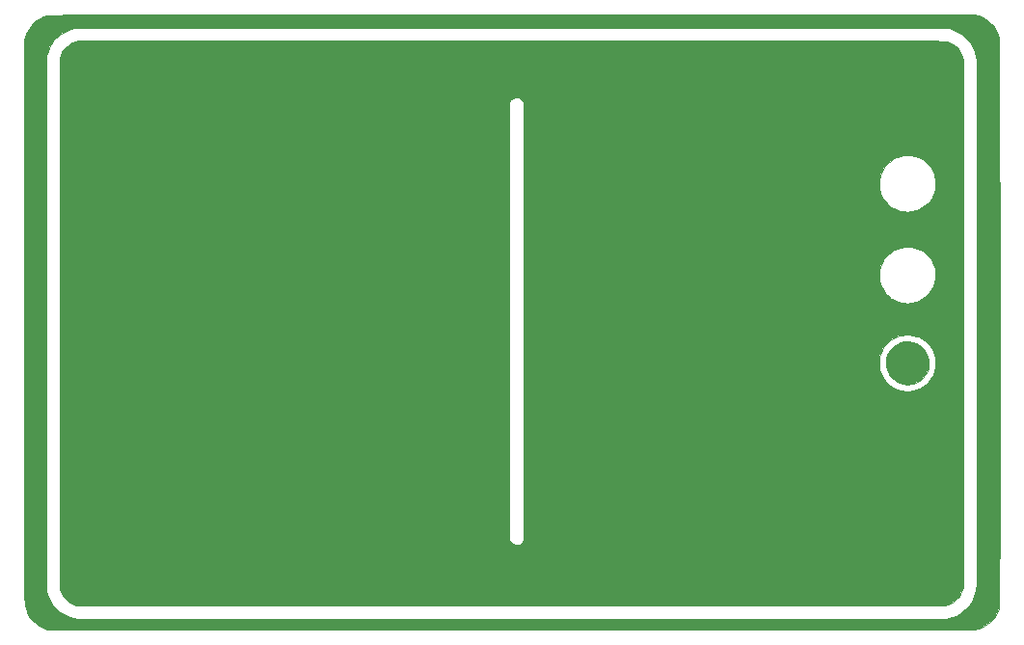
<source format=gbr>
%TF.GenerationSoftware,KiCad,Pcbnew,7.0.9*%
%TF.CreationDate,2023-12-13T15:21:18+08:00*%
%TF.ProjectId,drawing,64726177-696e-4672-9e6b-696361645f70,rev?*%
%TF.SameCoordinates,Original*%
%TF.FileFunction,Copper,L2,Bot*%
%TF.FilePolarity,Positive*%
%FSLAX46Y46*%
G04 Gerber Fmt 4.6, Leading zero omitted, Abs format (unit mm)*
G04 Created by KiCad (PCBNEW 7.0.9) date 2023-12-13 15:21:18*
%MOMM*%
%LPD*%
G01*
G04 APERTURE LIST*
%TA.AperFunction,EtchedComponent*%
%ADD10C,0.010000*%
%TD*%
%TA.AperFunction,ComponentPad*%
%ADD11C,4.918463*%
%TD*%
G04 APERTURE END LIST*
%TO.C,G\u002A\u002A\u002A*%
D10*
X181510686Y-100038651D02*
X181674925Y-100059997D01*
X181754716Y-100077634D01*
X182018877Y-100169529D01*
X182267070Y-100298884D01*
X182494597Y-100462356D01*
X182696760Y-100656601D01*
X182859277Y-100863976D01*
X182987531Y-101090125D01*
X183082482Y-101337412D01*
X183143015Y-101599485D01*
X183168019Y-101869992D01*
X183156380Y-102142579D01*
X183120492Y-102355453D01*
X183051648Y-102575095D01*
X182947257Y-102795128D01*
X182812935Y-103006068D01*
X182654303Y-103198433D01*
X182572904Y-103279769D01*
X182356539Y-103455282D01*
X182121154Y-103596158D01*
X181871848Y-103699714D01*
X181676233Y-103751800D01*
X181541399Y-103770989D01*
X181381973Y-103780864D01*
X181213592Y-103781463D01*
X181051893Y-103772823D01*
X180912514Y-103754981D01*
X180886883Y-103749928D01*
X180639857Y-103676522D01*
X180400403Y-103565479D01*
X180174982Y-103421481D01*
X179970056Y-103249210D01*
X179792087Y-103053347D01*
X179660784Y-102861587D01*
X179564602Y-102668212D01*
X179487942Y-102453933D01*
X179433658Y-102230781D01*
X179404603Y-102010787D01*
X179403631Y-101805982D01*
X179405377Y-101784726D01*
X179451639Y-101497973D01*
X179534841Y-101228375D01*
X179652770Y-100978594D01*
X179803214Y-100751291D01*
X179983962Y-100549129D01*
X180192803Y-100374771D01*
X180427524Y-100230877D01*
X180685915Y-100120110D01*
X180823383Y-100077957D01*
X180970764Y-100049437D01*
X181144107Y-100033376D01*
X181328914Y-100029779D01*
X181510686Y-100038651D01*
%TA.AperFunction,EtchedComponent*%
G36*
X181510686Y-100038651D02*
G01*
X181674925Y-100059997D01*
X181754716Y-100077634D01*
X182018877Y-100169529D01*
X182267070Y-100298884D01*
X182494597Y-100462356D01*
X182696760Y-100656601D01*
X182859277Y-100863976D01*
X182987531Y-101090125D01*
X183082482Y-101337412D01*
X183143015Y-101599485D01*
X183168019Y-101869992D01*
X183156380Y-102142579D01*
X183120492Y-102355453D01*
X183051648Y-102575095D01*
X182947257Y-102795128D01*
X182812935Y-103006068D01*
X182654303Y-103198433D01*
X182572904Y-103279769D01*
X182356539Y-103455282D01*
X182121154Y-103596158D01*
X181871848Y-103699714D01*
X181676233Y-103751800D01*
X181541399Y-103770989D01*
X181381973Y-103780864D01*
X181213592Y-103781463D01*
X181051893Y-103772823D01*
X180912514Y-103754981D01*
X180886883Y-103749928D01*
X180639857Y-103676522D01*
X180400403Y-103565479D01*
X180174982Y-103421481D01*
X179970056Y-103249210D01*
X179792087Y-103053347D01*
X179660784Y-102861587D01*
X179564602Y-102668212D01*
X179487942Y-102453933D01*
X179433658Y-102230781D01*
X179404603Y-102010787D01*
X179403631Y-101805982D01*
X179405377Y-101784726D01*
X179451639Y-101497973D01*
X179534841Y-101228375D01*
X179652770Y-100978594D01*
X179803214Y-100751291D01*
X179983962Y-100549129D01*
X180192803Y-100374771D01*
X180427524Y-100230877D01*
X180685915Y-100120110D01*
X180823383Y-100077957D01*
X180970764Y-100049437D01*
X181144107Y-100033376D01*
X181328914Y-100029779D01*
X181510686Y-100038651D01*
G37*
%TD.AperFunction*%
X163945272Y-73625412D02*
X165151017Y-73625460D01*
X166317590Y-73625534D01*
X167445231Y-73625636D01*
X168534185Y-73625764D01*
X169584694Y-73625920D01*
X170597002Y-73626103D01*
X171571351Y-73626313D01*
X172507985Y-73626551D01*
X173407146Y-73626817D01*
X174269077Y-73627110D01*
X175094023Y-73627431D01*
X175882225Y-73627780D01*
X176633927Y-73628156D01*
X177349371Y-73628561D01*
X178028802Y-73628994D01*
X178672461Y-73629456D01*
X179280592Y-73629946D01*
X179853438Y-73630464D01*
X180391242Y-73631011D01*
X180894248Y-73631587D01*
X181362697Y-73632191D01*
X181796833Y-73632825D01*
X182196900Y-73633488D01*
X182563139Y-73634179D01*
X182895795Y-73634900D01*
X183195111Y-73635651D01*
X183461328Y-73636430D01*
X183694691Y-73637240D01*
X183895443Y-73638079D01*
X184063826Y-73638947D01*
X184200083Y-73639846D01*
X184304458Y-73640775D01*
X184377194Y-73641734D01*
X184418533Y-73642722D01*
X184427292Y-73643208D01*
X184715939Y-73690400D01*
X184986050Y-73774630D01*
X185235285Y-73893899D01*
X185461301Y-74046206D01*
X185661756Y-74229553D01*
X185834309Y-74441940D01*
X185976617Y-74681368D01*
X186086339Y-74945838D01*
X186131063Y-75097764D01*
X186178549Y-75284060D01*
X186178549Y-121575560D01*
X186132241Y-121749008D01*
X186063298Y-121972402D01*
X185981553Y-122166498D01*
X185880620Y-122343841D01*
X185754113Y-122516976D01*
X185720600Y-122557673D01*
X185543633Y-122737426D01*
X185335780Y-122894924D01*
X185104430Y-123026002D01*
X184856968Y-123126493D01*
X184600783Y-123192235D01*
X184592453Y-123193730D01*
X184570420Y-123194729D01*
X184515599Y-123195701D01*
X184427779Y-123196647D01*
X184306748Y-123197568D01*
X184152294Y-123198462D01*
X183964203Y-123199331D01*
X183742264Y-123200174D01*
X183486264Y-123200991D01*
X183195992Y-123201783D01*
X182871234Y-123202550D01*
X182511778Y-123203292D01*
X182117413Y-123204008D01*
X181687926Y-123204700D01*
X181223104Y-123205367D01*
X180722735Y-123206009D01*
X180186608Y-123206627D01*
X179614508Y-123207220D01*
X179006225Y-123207789D01*
X178361546Y-123208333D01*
X177680259Y-123208854D01*
X176962151Y-123209350D01*
X176207010Y-123209823D01*
X175414624Y-123210271D01*
X174584780Y-123210696D01*
X173717267Y-123211098D01*
X172811871Y-123211476D01*
X171868381Y-123211831D01*
X170886583Y-123212162D01*
X169866267Y-123212471D01*
X168807219Y-123212756D01*
X167709228Y-123213019D01*
X166572080Y-123213258D01*
X165395564Y-123213476D01*
X164179468Y-123213670D01*
X162923578Y-123213842D01*
X161627683Y-123213992D01*
X160291570Y-123214120D01*
X158915028Y-123214226D01*
X157497843Y-123214310D01*
X156039804Y-123214371D01*
X154540698Y-123214412D01*
X153000313Y-123214430D01*
X151418436Y-123214427D01*
X149794855Y-123214403D01*
X148129359Y-123214357D01*
X146481870Y-123214293D01*
X144925611Y-123214221D01*
X143411139Y-123214143D01*
X141937909Y-123214059D01*
X140505373Y-123213969D01*
X139112986Y-123213872D01*
X137760201Y-123213768D01*
X136446473Y-123213657D01*
X135171255Y-123213537D01*
X133934001Y-123213408D01*
X132734165Y-123213271D01*
X131571201Y-123213124D01*
X130444563Y-123212967D01*
X129353704Y-123212800D01*
X128298078Y-123212622D01*
X127277139Y-123212433D01*
X126290341Y-123212232D01*
X125337139Y-123212019D01*
X124416984Y-123211793D01*
X123529333Y-123211555D01*
X122673638Y-123211303D01*
X121849352Y-123211037D01*
X121055931Y-123210756D01*
X120292828Y-123210461D01*
X119559497Y-123210151D01*
X118855391Y-123209825D01*
X118179964Y-123209482D01*
X117532671Y-123209123D01*
X116912965Y-123208747D01*
X116320300Y-123208354D01*
X115754130Y-123207942D01*
X115213908Y-123207513D01*
X114699089Y-123207064D01*
X114209126Y-123206596D01*
X113743473Y-123206108D01*
X113301585Y-123205601D01*
X112882914Y-123205072D01*
X112486915Y-123204523D01*
X112113041Y-123203952D01*
X111760747Y-123203359D01*
X111429486Y-123202743D01*
X111118712Y-123202105D01*
X110827879Y-123201443D01*
X110556441Y-123200758D01*
X110303851Y-123200048D01*
X110069564Y-123199314D01*
X109853033Y-123198555D01*
X109653712Y-123197770D01*
X109471055Y-123196959D01*
X109304516Y-123196122D01*
X109153549Y-123195258D01*
X109017607Y-123194367D01*
X108896145Y-123193447D01*
X108788615Y-123192500D01*
X108694473Y-123191524D01*
X108613172Y-123190519D01*
X108544165Y-123189484D01*
X108486907Y-123188419D01*
X108440851Y-123187324D01*
X108405452Y-123186198D01*
X108380163Y-123185040D01*
X108364437Y-123183851D01*
X108359299Y-123183108D01*
X108081135Y-123102884D01*
X107824822Y-122987055D01*
X107592153Y-122837293D01*
X107384923Y-122655275D01*
X107204925Y-122442672D01*
X107053951Y-122201161D01*
X106933796Y-121932415D01*
X106894030Y-121815301D01*
X106845883Y-121660226D01*
X106839550Y-98525060D01*
X106839213Y-97251056D01*
X106838911Y-96018885D01*
X106838646Y-94828042D01*
X106838417Y-93678027D01*
X106838224Y-92568337D01*
X106838069Y-91498470D01*
X106838057Y-91390651D01*
X146314881Y-91390651D01*
X146314892Y-92329892D01*
X146314955Y-93299633D01*
X146315070Y-94299421D01*
X146315236Y-95328799D01*
X146315455Y-96387312D01*
X146315726Y-97474506D01*
X146315972Y-98334560D01*
X146316300Y-99414824D01*
X146316622Y-100453570D01*
X146316938Y-101451615D01*
X146317252Y-102409775D01*
X146317564Y-103328865D01*
X146317877Y-104209701D01*
X146318193Y-105053099D01*
X146318513Y-105859876D01*
X146318840Y-106630846D01*
X146319174Y-107366826D01*
X146319518Y-108068632D01*
X146319874Y-108737080D01*
X146320244Y-109372986D01*
X146320629Y-109977165D01*
X146321031Y-110550434D01*
X146321453Y-111093608D01*
X146321895Y-111607503D01*
X146322360Y-112092936D01*
X146322850Y-112550722D01*
X146323366Y-112981677D01*
X146323911Y-113386617D01*
X146324485Y-113766358D01*
X146325092Y-114121716D01*
X146325733Y-114453506D01*
X146326409Y-114762545D01*
X146327123Y-115049649D01*
X146327876Y-115315633D01*
X146328670Y-115561314D01*
X146329508Y-115787507D01*
X146330390Y-115995029D01*
X146331319Y-116184694D01*
X146332296Y-116357320D01*
X146333324Y-116513721D01*
X146334405Y-116654715D01*
X146335539Y-116781116D01*
X146336729Y-116893741D01*
X146337977Y-116993406D01*
X146339285Y-117080927D01*
X146340654Y-117157119D01*
X146342086Y-117222798D01*
X146343584Y-117278781D01*
X146345148Y-117325883D01*
X146346782Y-117364920D01*
X146348486Y-117396708D01*
X146350262Y-117422064D01*
X146352113Y-117441802D01*
X146354040Y-117456739D01*
X146356045Y-117467691D01*
X146358130Y-117475474D01*
X146359173Y-117478356D01*
X146436200Y-117619834D01*
X146540383Y-117735202D01*
X146665480Y-117821890D01*
X146805252Y-117877330D01*
X146953458Y-117898954D01*
X147103859Y-117884193D01*
X147234182Y-117838529D01*
X147366456Y-117752071D01*
X147477090Y-117634462D01*
X147540431Y-117531094D01*
X147591716Y-117426893D01*
X147591716Y-101797529D01*
X178807797Y-101797529D01*
X178814444Y-102128781D01*
X178861419Y-102447173D01*
X178948709Y-102752664D01*
X179076304Y-103045212D01*
X179244190Y-103324777D01*
X179262526Y-103351071D01*
X179448382Y-103580393D01*
X179664730Y-103788228D01*
X179905567Y-103970772D01*
X180164892Y-104124222D01*
X180436706Y-104244773D01*
X180715006Y-104328621D01*
X180844549Y-104353979D01*
X180927281Y-104367403D01*
X180999993Y-104379329D01*
X181045633Y-104386955D01*
X181108730Y-104392080D01*
X181203026Y-104392808D01*
X181317678Y-104389725D01*
X181441847Y-104383417D01*
X181564690Y-104374469D01*
X181675367Y-104363468D01*
X181763037Y-104350999D01*
X181783029Y-104347103D01*
X182094843Y-104259511D01*
X182389707Y-104134669D01*
X182664571Y-103974991D01*
X182916382Y-103782889D01*
X183142089Y-103560778D01*
X183338641Y-103311071D01*
X183502986Y-103036181D01*
X183542662Y-102955355D01*
X183657340Y-102662615D01*
X183732366Y-102362351D01*
X183768768Y-102058237D01*
X183767574Y-101753946D01*
X183729810Y-101453153D01*
X183656504Y-101159532D01*
X183548683Y-100876756D01*
X183407375Y-100608500D01*
X183233606Y-100358437D01*
X183028405Y-100130242D01*
X182792798Y-99927588D01*
X182672229Y-99842458D01*
X182527206Y-99750492D01*
X182398833Y-99678956D01*
X182271966Y-99620329D01*
X182131461Y-99567091D01*
X182087725Y-99552163D01*
X181776740Y-99469487D01*
X181463758Y-99427640D01*
X181152162Y-99425462D01*
X180845332Y-99461790D01*
X180546649Y-99535465D01*
X180259493Y-99645324D01*
X179987245Y-99790207D01*
X179733286Y-99968953D01*
X179500996Y-100180400D01*
X179293757Y-100423387D01*
X179211316Y-100540089D01*
X179052237Y-100814596D01*
X178933230Y-101100616D01*
X178853472Y-101400710D01*
X178812142Y-101717441D01*
X178807797Y-101797529D01*
X147591716Y-101797529D01*
X147591716Y-94339231D01*
X178809088Y-94339231D01*
X178848166Y-94650675D01*
X178927584Y-94957746D01*
X179047523Y-95257176D01*
X179074445Y-95312021D01*
X179234017Y-95582060D01*
X179427080Y-95830410D01*
X179649407Y-96053412D01*
X179896766Y-96247408D01*
X180164930Y-96408741D01*
X180449669Y-96533753D01*
X180511915Y-96555294D01*
X180740783Y-96615410D01*
X180992744Y-96654830D01*
X181253407Y-96672527D01*
X181508380Y-96667475D01*
X181725485Y-96641864D01*
X182033970Y-96566897D01*
X182326127Y-96454526D01*
X182599311Y-96307411D01*
X182850878Y-96128208D01*
X183078183Y-95919577D01*
X183278581Y-95684175D01*
X183449428Y-95424659D01*
X183588077Y-95143689D01*
X183691886Y-94843922D01*
X183744506Y-94612743D01*
X183764760Y-94449105D01*
X183773280Y-94261155D01*
X183770496Y-94063213D01*
X183756837Y-93869598D01*
X183732734Y-93694628D01*
X183714330Y-93608098D01*
X183617386Y-93301514D01*
X183487267Y-93017948D01*
X183326980Y-92758628D01*
X183139531Y-92524782D01*
X182927927Y-92317636D01*
X182695176Y-92138418D01*
X182444284Y-91988356D01*
X182178259Y-91868678D01*
X181900106Y-91780611D01*
X181612833Y-91725382D01*
X181319448Y-91704220D01*
X181022956Y-91718351D01*
X180726364Y-91769003D01*
X180432681Y-91857405D01*
X180144911Y-91984782D01*
X179974740Y-92081417D01*
X179829745Y-92183138D01*
X179675445Y-92312184D01*
X179522183Y-92458385D01*
X179380308Y-92611571D01*
X179260165Y-92761573D01*
X179212432Y-92830724D01*
X179052537Y-93115043D01*
X178932074Y-93411319D01*
X178851223Y-93716287D01*
X178810168Y-94026680D01*
X178809088Y-94339231D01*
X147591716Y-94339231D01*
X147591716Y-86047848D01*
X178807082Y-86047848D01*
X178812926Y-86347236D01*
X178855341Y-86644457D01*
X178934323Y-86936161D01*
X179049869Y-87218997D01*
X179201977Y-87489613D01*
X179390644Y-87744659D01*
X179543194Y-87910867D01*
X179787699Y-88126886D01*
X180050433Y-88304758D01*
X180330599Y-88444150D01*
X180627397Y-88544732D01*
X180940029Y-88606172D01*
X181267697Y-88628138D01*
X181270402Y-88628154D01*
X181402377Y-88626049D01*
X181536426Y-88619089D01*
X181656355Y-88608327D01*
X181726439Y-88598541D01*
X182033649Y-88523950D01*
X182326091Y-88411277D01*
X182600694Y-88263124D01*
X182854386Y-88082097D01*
X183084093Y-87870797D01*
X183286743Y-87631829D01*
X183459265Y-87367796D01*
X183598585Y-87081301D01*
X183638059Y-86978643D01*
X183717332Y-86700656D01*
X183763303Y-86406267D01*
X183775863Y-86104716D01*
X183754900Y-85805243D01*
X183700303Y-85517088D01*
X183657435Y-85371350D01*
X183538057Y-85078951D01*
X183383578Y-84805497D01*
X183197306Y-84554133D01*
X182982547Y-84328004D01*
X182742609Y-84130255D01*
X182480800Y-83964032D01*
X182200427Y-83832478D01*
X181953539Y-83751214D01*
X181631273Y-83685870D01*
X181311012Y-83661949D01*
X180995561Y-83678703D01*
X180687721Y-83735388D01*
X180390296Y-83831258D01*
X180106086Y-83965565D01*
X179837896Y-84137565D01*
X179588526Y-84346511D01*
X179540157Y-84393668D01*
X179326519Y-84635688D01*
X179149467Y-84895646D01*
X179009001Y-85170192D01*
X178905117Y-85455975D01*
X178837811Y-85749644D01*
X178807082Y-86047848D01*
X147591716Y-86047848D01*
X147591716Y-79051726D01*
X147535336Y-78945893D01*
X147438248Y-78803606D01*
X147318078Y-78696054D01*
X147177049Y-78624609D01*
X147017385Y-78590646D01*
X146955961Y-78587861D01*
X146794632Y-78606509D01*
X146651284Y-78661830D01*
X146529314Y-78750751D01*
X146432116Y-78870202D01*
X146363088Y-79017114D01*
X146330245Y-79153551D01*
X146329086Y-79182366D01*
X146327970Y-79253058D01*
X146326897Y-79365174D01*
X146325868Y-79518257D01*
X146324882Y-79711854D01*
X146323940Y-79945508D01*
X146323043Y-80218765D01*
X146322191Y-80531170D01*
X146321383Y-80882267D01*
X146320622Y-81271602D01*
X146319906Y-81698719D01*
X146319236Y-82163163D01*
X146318612Y-82664480D01*
X146318036Y-83202213D01*
X146317506Y-83775909D01*
X146317025Y-84385111D01*
X146316591Y-85029365D01*
X146316205Y-85708216D01*
X146315867Y-86421209D01*
X146315579Y-87167888D01*
X146315339Y-87947798D01*
X146315150Y-88760485D01*
X146315010Y-89605492D01*
X146314920Y-90482366D01*
X146314881Y-91390651D01*
X106838057Y-91390651D01*
X106837950Y-90467925D01*
X106837870Y-89476199D01*
X106837828Y-88522790D01*
X106837824Y-87607196D01*
X106837860Y-86728915D01*
X106837934Y-85887446D01*
X106838049Y-85082285D01*
X106838203Y-84312932D01*
X106838398Y-83578884D01*
X106838634Y-82879639D01*
X106838911Y-82214695D01*
X106839230Y-81583550D01*
X106839590Y-80985702D01*
X106839993Y-80420649D01*
X106840439Y-79887890D01*
X106840928Y-79386921D01*
X106841460Y-78917241D01*
X106842036Y-78478348D01*
X106842656Y-78069741D01*
X106843322Y-77690916D01*
X106844032Y-77341372D01*
X106844787Y-77020607D01*
X106845589Y-76728119D01*
X106846436Y-76463406D01*
X106847330Y-76225965D01*
X106848271Y-76015296D01*
X106849260Y-75830895D01*
X106850296Y-75672261D01*
X106851380Y-75538893D01*
X106852512Y-75430286D01*
X106853694Y-75345941D01*
X106854924Y-75285355D01*
X106856204Y-75248025D01*
X106857213Y-75234883D01*
X106919586Y-74966235D01*
X107019603Y-74713464D01*
X107154612Y-74479462D01*
X107321964Y-74267123D01*
X107519009Y-74079339D01*
X107743096Y-73919005D01*
X107991576Y-73789013D01*
X108261797Y-73692256D01*
X108273154Y-73689081D01*
X108475716Y-73633060D01*
X146332299Y-73626897D01*
X148027088Y-73626631D01*
X149679786Y-73626390D01*
X151290637Y-73626175D01*
X152859883Y-73625985D01*
X154387769Y-73625822D01*
X155874536Y-73625685D01*
X157320429Y-73625573D01*
X158725689Y-73625488D01*
X160090561Y-73625429D01*
X161415286Y-73625397D01*
X162700109Y-73625391D01*
X163945272Y-73625412D01*
%TA.AperFunction,EtchedComponent*%
G36*
X163945272Y-73625412D02*
G01*
X165151017Y-73625460D01*
X166317590Y-73625534D01*
X167445231Y-73625636D01*
X168534185Y-73625764D01*
X169584694Y-73625920D01*
X170597002Y-73626103D01*
X171571351Y-73626313D01*
X172507985Y-73626551D01*
X173407146Y-73626817D01*
X174269077Y-73627110D01*
X175094023Y-73627431D01*
X175882225Y-73627780D01*
X176633927Y-73628156D01*
X177349371Y-73628561D01*
X178028802Y-73628994D01*
X178672461Y-73629456D01*
X179280592Y-73629946D01*
X179853438Y-73630464D01*
X180391242Y-73631011D01*
X180894248Y-73631587D01*
X181362697Y-73632191D01*
X181796833Y-73632825D01*
X182196900Y-73633488D01*
X182563139Y-73634179D01*
X182895795Y-73634900D01*
X183195111Y-73635651D01*
X183461328Y-73636430D01*
X183694691Y-73637240D01*
X183895443Y-73638079D01*
X184063826Y-73638947D01*
X184200083Y-73639846D01*
X184304458Y-73640775D01*
X184377194Y-73641734D01*
X184418533Y-73642722D01*
X184427292Y-73643208D01*
X184715939Y-73690400D01*
X184986050Y-73774630D01*
X185235285Y-73893899D01*
X185461301Y-74046206D01*
X185661756Y-74229553D01*
X185834309Y-74441940D01*
X185976617Y-74681368D01*
X186086339Y-74945838D01*
X186131063Y-75097764D01*
X186178549Y-75284060D01*
X186178549Y-121575560D01*
X186132241Y-121749008D01*
X186063298Y-121972402D01*
X185981553Y-122166498D01*
X185880620Y-122343841D01*
X185754113Y-122516976D01*
X185720600Y-122557673D01*
X185543633Y-122737426D01*
X185335780Y-122894924D01*
X185104430Y-123026002D01*
X184856968Y-123126493D01*
X184600783Y-123192235D01*
X184592453Y-123193730D01*
X184570420Y-123194729D01*
X184515599Y-123195701D01*
X184427779Y-123196647D01*
X184306748Y-123197568D01*
X184152294Y-123198462D01*
X183964203Y-123199331D01*
X183742264Y-123200174D01*
X183486264Y-123200991D01*
X183195992Y-123201783D01*
X182871234Y-123202550D01*
X182511778Y-123203292D01*
X182117413Y-123204008D01*
X181687926Y-123204700D01*
X181223104Y-123205367D01*
X180722735Y-123206009D01*
X180186608Y-123206627D01*
X179614508Y-123207220D01*
X179006225Y-123207789D01*
X178361546Y-123208333D01*
X177680259Y-123208854D01*
X176962151Y-123209350D01*
X176207010Y-123209823D01*
X175414624Y-123210271D01*
X174584780Y-123210696D01*
X173717267Y-123211098D01*
X172811871Y-123211476D01*
X171868381Y-123211831D01*
X170886583Y-123212162D01*
X169866267Y-123212471D01*
X168807219Y-123212756D01*
X167709228Y-123213019D01*
X166572080Y-123213258D01*
X165395564Y-123213476D01*
X164179468Y-123213670D01*
X162923578Y-123213842D01*
X161627683Y-123213992D01*
X160291570Y-123214120D01*
X158915028Y-123214226D01*
X157497843Y-123214310D01*
X156039804Y-123214371D01*
X154540698Y-123214412D01*
X153000313Y-123214430D01*
X151418436Y-123214427D01*
X149794855Y-123214403D01*
X148129359Y-123214357D01*
X146481870Y-123214293D01*
X144925611Y-123214221D01*
X143411139Y-123214143D01*
X141937909Y-123214059D01*
X140505373Y-123213969D01*
X139112986Y-123213872D01*
X137760201Y-123213768D01*
X136446473Y-123213657D01*
X135171255Y-123213537D01*
X133934001Y-123213408D01*
X132734165Y-123213271D01*
X131571201Y-123213124D01*
X130444563Y-123212967D01*
X129353704Y-123212800D01*
X128298078Y-123212622D01*
X127277139Y-123212433D01*
X126290341Y-123212232D01*
X125337139Y-123212019D01*
X124416984Y-123211793D01*
X123529333Y-123211555D01*
X122673638Y-123211303D01*
X121849352Y-123211037D01*
X121055931Y-123210756D01*
X120292828Y-123210461D01*
X119559497Y-123210151D01*
X118855391Y-123209825D01*
X118179964Y-123209482D01*
X117532671Y-123209123D01*
X116912965Y-123208747D01*
X116320300Y-123208354D01*
X115754130Y-123207942D01*
X115213908Y-123207513D01*
X114699089Y-123207064D01*
X114209126Y-123206596D01*
X113743473Y-123206108D01*
X113301585Y-123205601D01*
X112882914Y-123205072D01*
X112486915Y-123204523D01*
X112113041Y-123203952D01*
X111760747Y-123203359D01*
X111429486Y-123202743D01*
X111118712Y-123202105D01*
X110827879Y-123201443D01*
X110556441Y-123200758D01*
X110303851Y-123200048D01*
X110069564Y-123199314D01*
X109853033Y-123198555D01*
X109653712Y-123197770D01*
X109471055Y-123196959D01*
X109304516Y-123196122D01*
X109153549Y-123195258D01*
X109017607Y-123194367D01*
X108896145Y-123193447D01*
X108788615Y-123192500D01*
X108694473Y-123191524D01*
X108613172Y-123190519D01*
X108544165Y-123189484D01*
X108486907Y-123188419D01*
X108440851Y-123187324D01*
X108405452Y-123186198D01*
X108380163Y-123185040D01*
X108364437Y-123183851D01*
X108359299Y-123183108D01*
X108081135Y-123102884D01*
X107824822Y-122987055D01*
X107592153Y-122837293D01*
X107384923Y-122655275D01*
X107204925Y-122442672D01*
X107053951Y-122201161D01*
X106933796Y-121932415D01*
X106894030Y-121815301D01*
X106845883Y-121660226D01*
X106839550Y-98525060D01*
X106839213Y-97251056D01*
X106838911Y-96018885D01*
X106838646Y-94828042D01*
X106838417Y-93678027D01*
X106838224Y-92568337D01*
X106838069Y-91498470D01*
X106838057Y-91390651D01*
X146314881Y-91390651D01*
X146314892Y-92329892D01*
X146314955Y-93299633D01*
X146315070Y-94299421D01*
X146315236Y-95328799D01*
X146315455Y-96387312D01*
X146315726Y-97474506D01*
X146315972Y-98334560D01*
X146316300Y-99414824D01*
X146316622Y-100453570D01*
X146316938Y-101451615D01*
X146317252Y-102409775D01*
X146317564Y-103328865D01*
X146317877Y-104209701D01*
X146318193Y-105053099D01*
X146318513Y-105859876D01*
X146318840Y-106630846D01*
X146319174Y-107366826D01*
X146319518Y-108068632D01*
X146319874Y-108737080D01*
X146320244Y-109372986D01*
X146320629Y-109977165D01*
X146321031Y-110550434D01*
X146321453Y-111093608D01*
X146321895Y-111607503D01*
X146322360Y-112092936D01*
X146322850Y-112550722D01*
X146323366Y-112981677D01*
X146323911Y-113386617D01*
X146324485Y-113766358D01*
X146325092Y-114121716D01*
X146325733Y-114453506D01*
X146326409Y-114762545D01*
X146327123Y-115049649D01*
X146327876Y-115315633D01*
X146328670Y-115561314D01*
X146329508Y-115787507D01*
X146330390Y-115995029D01*
X146331319Y-116184694D01*
X146332296Y-116357320D01*
X146333324Y-116513721D01*
X146334405Y-116654715D01*
X146335539Y-116781116D01*
X146336729Y-116893741D01*
X146337977Y-116993406D01*
X146339285Y-117080927D01*
X146340654Y-117157119D01*
X146342086Y-117222798D01*
X146343584Y-117278781D01*
X146345148Y-117325883D01*
X146346782Y-117364920D01*
X146348486Y-117396708D01*
X146350262Y-117422064D01*
X146352113Y-117441802D01*
X146354040Y-117456739D01*
X146356045Y-117467691D01*
X146358130Y-117475474D01*
X146359173Y-117478356D01*
X146436200Y-117619834D01*
X146540383Y-117735202D01*
X146665480Y-117821890D01*
X146805252Y-117877330D01*
X146953458Y-117898954D01*
X147103859Y-117884193D01*
X147234182Y-117838529D01*
X147366456Y-117752071D01*
X147477090Y-117634462D01*
X147540431Y-117531094D01*
X147591716Y-117426893D01*
X147591716Y-101797529D01*
X178807797Y-101797529D01*
X178814444Y-102128781D01*
X178861419Y-102447173D01*
X178948709Y-102752664D01*
X179076304Y-103045212D01*
X179244190Y-103324777D01*
X179262526Y-103351071D01*
X179448382Y-103580393D01*
X179664730Y-103788228D01*
X179905567Y-103970772D01*
X180164892Y-104124222D01*
X180436706Y-104244773D01*
X180715006Y-104328621D01*
X180844549Y-104353979D01*
X180927281Y-104367403D01*
X180999993Y-104379329D01*
X181045633Y-104386955D01*
X181108730Y-104392080D01*
X181203026Y-104392808D01*
X181317678Y-104389725D01*
X181441847Y-104383417D01*
X181564690Y-104374469D01*
X181675367Y-104363468D01*
X181763037Y-104350999D01*
X181783029Y-104347103D01*
X182094843Y-104259511D01*
X182389707Y-104134669D01*
X182664571Y-103974991D01*
X182916382Y-103782889D01*
X183142089Y-103560778D01*
X183338641Y-103311071D01*
X183502986Y-103036181D01*
X183542662Y-102955355D01*
X183657340Y-102662615D01*
X183732366Y-102362351D01*
X183768768Y-102058237D01*
X183767574Y-101753946D01*
X183729810Y-101453153D01*
X183656504Y-101159532D01*
X183548683Y-100876756D01*
X183407375Y-100608500D01*
X183233606Y-100358437D01*
X183028405Y-100130242D01*
X182792798Y-99927588D01*
X182672229Y-99842458D01*
X182527206Y-99750492D01*
X182398833Y-99678956D01*
X182271966Y-99620329D01*
X182131461Y-99567091D01*
X182087725Y-99552163D01*
X181776740Y-99469487D01*
X181463758Y-99427640D01*
X181152162Y-99425462D01*
X180845332Y-99461790D01*
X180546649Y-99535465D01*
X180259493Y-99645324D01*
X179987245Y-99790207D01*
X179733286Y-99968953D01*
X179500996Y-100180400D01*
X179293757Y-100423387D01*
X179211316Y-100540089D01*
X179052237Y-100814596D01*
X178933230Y-101100616D01*
X178853472Y-101400710D01*
X178812142Y-101717441D01*
X178807797Y-101797529D01*
X147591716Y-101797529D01*
X147591716Y-94339231D01*
X178809088Y-94339231D01*
X178848166Y-94650675D01*
X178927584Y-94957746D01*
X179047523Y-95257176D01*
X179074445Y-95312021D01*
X179234017Y-95582060D01*
X179427080Y-95830410D01*
X179649407Y-96053412D01*
X179896766Y-96247408D01*
X180164930Y-96408741D01*
X180449669Y-96533753D01*
X180511915Y-96555294D01*
X180740783Y-96615410D01*
X180992744Y-96654830D01*
X181253407Y-96672527D01*
X181508380Y-96667475D01*
X181725485Y-96641864D01*
X182033970Y-96566897D01*
X182326127Y-96454526D01*
X182599311Y-96307411D01*
X182850878Y-96128208D01*
X183078183Y-95919577D01*
X183278581Y-95684175D01*
X183449428Y-95424659D01*
X183588077Y-95143689D01*
X183691886Y-94843922D01*
X183744506Y-94612743D01*
X183764760Y-94449105D01*
X183773280Y-94261155D01*
X183770496Y-94063213D01*
X183756837Y-93869598D01*
X183732734Y-93694628D01*
X183714330Y-93608098D01*
X183617386Y-93301514D01*
X183487267Y-93017948D01*
X183326980Y-92758628D01*
X183139531Y-92524782D01*
X182927927Y-92317636D01*
X182695176Y-92138418D01*
X182444284Y-91988356D01*
X182178259Y-91868678D01*
X181900106Y-91780611D01*
X181612833Y-91725382D01*
X181319448Y-91704220D01*
X181022956Y-91718351D01*
X180726364Y-91769003D01*
X180432681Y-91857405D01*
X180144911Y-91984782D01*
X179974740Y-92081417D01*
X179829745Y-92183138D01*
X179675445Y-92312184D01*
X179522183Y-92458385D01*
X179380308Y-92611571D01*
X179260165Y-92761573D01*
X179212432Y-92830724D01*
X179052537Y-93115043D01*
X178932074Y-93411319D01*
X178851223Y-93716287D01*
X178810168Y-94026680D01*
X178809088Y-94339231D01*
X147591716Y-94339231D01*
X147591716Y-86047848D01*
X178807082Y-86047848D01*
X178812926Y-86347236D01*
X178855341Y-86644457D01*
X178934323Y-86936161D01*
X179049869Y-87218997D01*
X179201977Y-87489613D01*
X179390644Y-87744659D01*
X179543194Y-87910867D01*
X179787699Y-88126886D01*
X180050433Y-88304758D01*
X180330599Y-88444150D01*
X180627397Y-88544732D01*
X180940029Y-88606172D01*
X181267697Y-88628138D01*
X181270402Y-88628154D01*
X181402377Y-88626049D01*
X181536426Y-88619089D01*
X181656355Y-88608327D01*
X181726439Y-88598541D01*
X182033649Y-88523950D01*
X182326091Y-88411277D01*
X182600694Y-88263124D01*
X182854386Y-88082097D01*
X183084093Y-87870797D01*
X183286743Y-87631829D01*
X183459265Y-87367796D01*
X183598585Y-87081301D01*
X183638059Y-86978643D01*
X183717332Y-86700656D01*
X183763303Y-86406267D01*
X183775863Y-86104716D01*
X183754900Y-85805243D01*
X183700303Y-85517088D01*
X183657435Y-85371350D01*
X183538057Y-85078951D01*
X183383578Y-84805497D01*
X183197306Y-84554133D01*
X182982547Y-84328004D01*
X182742609Y-84130255D01*
X182480800Y-83964032D01*
X182200427Y-83832478D01*
X181953539Y-83751214D01*
X181631273Y-83685870D01*
X181311012Y-83661949D01*
X180995561Y-83678703D01*
X180687721Y-83735388D01*
X180390296Y-83831258D01*
X180106086Y-83965565D01*
X179837896Y-84137565D01*
X179588526Y-84346511D01*
X179540157Y-84393668D01*
X179326519Y-84635688D01*
X179149467Y-84895646D01*
X179009001Y-85170192D01*
X178905117Y-85455975D01*
X178837811Y-85749644D01*
X178807082Y-86047848D01*
X147591716Y-86047848D01*
X147591716Y-79051726D01*
X147535336Y-78945893D01*
X147438248Y-78803606D01*
X147318078Y-78696054D01*
X147177049Y-78624609D01*
X147017385Y-78590646D01*
X146955961Y-78587861D01*
X146794632Y-78606509D01*
X146651284Y-78661830D01*
X146529314Y-78750751D01*
X146432116Y-78870202D01*
X146363088Y-79017114D01*
X146330245Y-79153551D01*
X146329086Y-79182366D01*
X146327970Y-79253058D01*
X146326897Y-79365174D01*
X146325868Y-79518257D01*
X146324882Y-79711854D01*
X146323940Y-79945508D01*
X146323043Y-80218765D01*
X146322191Y-80531170D01*
X146321383Y-80882267D01*
X146320622Y-81271602D01*
X146319906Y-81698719D01*
X146319236Y-82163163D01*
X146318612Y-82664480D01*
X146318036Y-83202213D01*
X146317506Y-83775909D01*
X146317025Y-84385111D01*
X146316591Y-85029365D01*
X146316205Y-85708216D01*
X146315867Y-86421209D01*
X146315579Y-87167888D01*
X146315339Y-87947798D01*
X146315150Y-88760485D01*
X146315010Y-89605492D01*
X146314920Y-90482366D01*
X146314881Y-91390651D01*
X106838057Y-91390651D01*
X106837950Y-90467925D01*
X106837870Y-89476199D01*
X106837828Y-88522790D01*
X106837824Y-87607196D01*
X106837860Y-86728915D01*
X106837934Y-85887446D01*
X106838049Y-85082285D01*
X106838203Y-84312932D01*
X106838398Y-83578884D01*
X106838634Y-82879639D01*
X106838911Y-82214695D01*
X106839230Y-81583550D01*
X106839590Y-80985702D01*
X106839993Y-80420649D01*
X106840439Y-79887890D01*
X106840928Y-79386921D01*
X106841460Y-78917241D01*
X106842036Y-78478348D01*
X106842656Y-78069741D01*
X106843322Y-77690916D01*
X106844032Y-77341372D01*
X106844787Y-77020607D01*
X106845589Y-76728119D01*
X106846436Y-76463406D01*
X106847330Y-76225965D01*
X106848271Y-76015296D01*
X106849260Y-75830895D01*
X106850296Y-75672261D01*
X106851380Y-75538893D01*
X106852512Y-75430286D01*
X106853694Y-75345941D01*
X106854924Y-75285355D01*
X106856204Y-75248025D01*
X106857213Y-75234883D01*
X106919586Y-74966235D01*
X107019603Y-74713464D01*
X107154612Y-74479462D01*
X107321964Y-74267123D01*
X107519009Y-74079339D01*
X107743096Y-73919005D01*
X107991576Y-73789013D01*
X108261797Y-73692256D01*
X108273154Y-73689081D01*
X108475716Y-73633060D01*
X146332299Y-73626897D01*
X148027088Y-73626631D01*
X149679786Y-73626390D01*
X151290637Y-73626175D01*
X152859883Y-73625985D01*
X154387769Y-73625822D01*
X155874536Y-73625685D01*
X157320429Y-73625573D01*
X158725689Y-73625488D01*
X160090561Y-73625429D01*
X161415286Y-73625397D01*
X162700109Y-73625391D01*
X163945272Y-73625412D01*
G37*
%TD.AperFunction*%
X125930124Y-71339654D02*
X126958385Y-71339674D01*
X128020785Y-71339710D01*
X129117872Y-71339761D01*
X130250197Y-71339827D01*
X131418308Y-71339906D01*
X132622755Y-71340000D01*
X133864086Y-71340107D01*
X135142851Y-71340228D01*
X136459599Y-71340361D01*
X137814879Y-71340507D01*
X139209240Y-71340665D01*
X140643232Y-71340835D01*
X142117403Y-71341016D01*
X143632303Y-71341208D01*
X145188481Y-71341410D01*
X146660383Y-71341606D01*
X187258049Y-71347060D01*
X187459133Y-71402908D01*
X187782980Y-71513627D01*
X188082315Y-71658338D01*
X188355644Y-71835505D01*
X188601477Y-72043596D01*
X188818323Y-72281076D01*
X189004689Y-72546410D01*
X189159085Y-72838064D01*
X189280018Y-73154504D01*
X189328632Y-73326143D01*
X189373899Y-73506060D01*
X189380164Y-98239310D01*
X189380475Y-99483021D01*
X189380766Y-100685099D01*
X189381037Y-101846244D01*
X189381287Y-102967156D01*
X189381515Y-104048535D01*
X189381721Y-105091080D01*
X189381904Y-106095492D01*
X189382063Y-107062470D01*
X189382197Y-107992716D01*
X189382306Y-108886928D01*
X189382388Y-109745807D01*
X189382445Y-110570053D01*
X189382473Y-111360366D01*
X189382474Y-112117445D01*
X189382446Y-112841992D01*
X189382388Y-113534705D01*
X189382299Y-114196285D01*
X189382180Y-114827432D01*
X189382029Y-115428846D01*
X189381846Y-116001227D01*
X189381630Y-116545275D01*
X189381379Y-117061689D01*
X189381094Y-117551171D01*
X189380774Y-118014420D01*
X189380418Y-118452135D01*
X189380025Y-118865018D01*
X189379594Y-119253768D01*
X189379126Y-119619084D01*
X189378618Y-119961668D01*
X189378072Y-120282219D01*
X189377484Y-120581437D01*
X189376856Y-120860022D01*
X189376186Y-121118674D01*
X189375474Y-121358093D01*
X189374718Y-121578979D01*
X189373919Y-121782032D01*
X189373075Y-121967953D01*
X189372185Y-122137441D01*
X189371250Y-122291195D01*
X189370268Y-122429917D01*
X189369239Y-122554307D01*
X189368161Y-122665063D01*
X189367035Y-122762887D01*
X189365859Y-122848477D01*
X189364632Y-122922536D01*
X189363355Y-122985761D01*
X189362026Y-123038854D01*
X189360645Y-123082513D01*
X189359210Y-123117441D01*
X189357722Y-123144335D01*
X189356179Y-123163897D01*
X189354731Y-123175891D01*
X189297468Y-123448384D01*
X189210825Y-123708691D01*
X189097571Y-123956810D01*
X188998665Y-124135863D01*
X188894983Y-124292345D01*
X188776900Y-124438945D01*
X188634794Y-124588352D01*
X188574203Y-124646881D01*
X188331009Y-124851639D01*
X188069480Y-125020859D01*
X187785216Y-125156994D01*
X187473815Y-125262497D01*
X187465761Y-125264731D01*
X187258049Y-125322060D01*
X146639216Y-125325468D01*
X145024969Y-125325600D01*
X143452533Y-125325722D01*
X141921386Y-125325832D01*
X140431006Y-125325930D01*
X138980870Y-125326017D01*
X137570457Y-125326092D01*
X136199243Y-125326154D01*
X134866707Y-125326204D01*
X133572327Y-125326241D01*
X132315580Y-125326264D01*
X131095944Y-125326273D01*
X129912897Y-125326269D01*
X128765917Y-125326250D01*
X127654480Y-125326216D01*
X126578067Y-125326168D01*
X125536153Y-125326104D01*
X124528216Y-125326024D01*
X123553736Y-125325928D01*
X122612188Y-125325816D01*
X121703052Y-125325688D01*
X120825804Y-125325542D01*
X119979923Y-125325379D01*
X119164886Y-125325199D01*
X118380171Y-125325000D01*
X117625257Y-125324783D01*
X116899620Y-125324548D01*
X116202738Y-125324293D01*
X115534090Y-125324020D01*
X114893153Y-125323727D01*
X114279404Y-125323413D01*
X113692322Y-125323080D01*
X113131384Y-125322726D01*
X112596069Y-125322351D01*
X112085853Y-125321955D01*
X111600215Y-125321537D01*
X111138632Y-125321098D01*
X110700583Y-125320636D01*
X110285544Y-125320152D01*
X109892995Y-125319645D01*
X109522411Y-125319115D01*
X109173273Y-125318561D01*
X108845056Y-125317983D01*
X108537239Y-125317381D01*
X108249299Y-125316755D01*
X107980715Y-125316104D01*
X107730964Y-125315428D01*
X107499524Y-125314726D01*
X107285873Y-125313999D01*
X107089488Y-125313245D01*
X106909848Y-125312465D01*
X106746429Y-125311658D01*
X106598711Y-125310824D01*
X106466170Y-125309963D01*
X106348284Y-125309074D01*
X106244531Y-125308156D01*
X106154389Y-125307211D01*
X106077336Y-125306236D01*
X106012850Y-125305233D01*
X105960407Y-125304200D01*
X105919487Y-125303138D01*
X105889566Y-125302045D01*
X105870123Y-125300922D01*
X105861633Y-125299979D01*
X105552786Y-125222656D01*
X105257771Y-125107110D01*
X104980022Y-124956152D01*
X104722968Y-124772593D01*
X104490042Y-124559245D01*
X104284674Y-124318920D01*
X104110297Y-124054430D01*
X103970342Y-123768586D01*
X103959285Y-123741236D01*
X103871546Y-123480247D01*
X103812273Y-123206901D01*
X103787332Y-123014893D01*
X103786072Y-122988881D01*
X103784859Y-122936272D01*
X103783692Y-122856656D01*
X103782572Y-122749619D01*
X103781499Y-122614752D01*
X103780471Y-122451643D01*
X103779489Y-122259880D01*
X103778553Y-122039053D01*
X103777662Y-121788750D01*
X103776815Y-121508560D01*
X103776014Y-121198072D01*
X103775257Y-120856875D01*
X103774544Y-120484556D01*
X103773874Y-120080706D01*
X103773249Y-119644912D01*
X103772666Y-119176764D01*
X103772127Y-118675850D01*
X103771630Y-118141759D01*
X103771176Y-117574080D01*
X103770763Y-116972401D01*
X103770393Y-116336311D01*
X103770064Y-115665400D01*
X103769777Y-114959255D01*
X103769531Y-114217466D01*
X103769326Y-113439621D01*
X103769161Y-112625309D01*
X103769036Y-111774118D01*
X103768951Y-110885638D01*
X103768906Y-109959458D01*
X103768900Y-108995165D01*
X103768934Y-107992349D01*
X103769006Y-106950599D01*
X103769117Y-105869502D01*
X103769266Y-104748649D01*
X103769454Y-103587628D01*
X103769679Y-102386027D01*
X103769941Y-101143435D01*
X103770241Y-99859441D01*
X103770577Y-98533634D01*
X103770673Y-98175810D01*
X103770699Y-98078299D01*
X105660549Y-98078299D01*
X105660549Y-121702560D01*
X105708309Y-121918214D01*
X105807292Y-122272743D01*
X105941610Y-122607151D01*
X106109111Y-122919440D01*
X106307638Y-123207609D01*
X106535039Y-123469659D01*
X106789158Y-123703593D01*
X107067842Y-123907409D01*
X107368935Y-124079109D01*
X107690285Y-124216695D01*
X108029736Y-124318166D01*
X108359299Y-124378308D01*
X108384961Y-124378897D01*
X108452285Y-124379476D01*
X108560600Y-124380047D01*
X108709235Y-124380610D01*
X108897519Y-124381163D01*
X109124780Y-124381706D01*
X109390347Y-124382240D01*
X109693550Y-124382764D01*
X110033717Y-124383278D01*
X110410177Y-124383782D01*
X110822258Y-124384275D01*
X111269291Y-124384757D01*
X111750602Y-124385228D01*
X112265522Y-124385687D01*
X112813379Y-124386135D01*
X113393503Y-124386571D01*
X114005221Y-124386995D01*
X114647862Y-124387406D01*
X115320756Y-124387805D01*
X116023232Y-124388191D01*
X116754618Y-124388563D01*
X117514243Y-124388922D01*
X118301435Y-124389268D01*
X119115525Y-124389600D01*
X119955840Y-124389917D01*
X120821710Y-124390220D01*
X121712462Y-124390509D01*
X122627427Y-124390782D01*
X123565933Y-124391040D01*
X124527309Y-124391283D01*
X125510883Y-124391511D01*
X126515985Y-124391722D01*
X127541944Y-124391917D01*
X128588087Y-124392096D01*
X129653745Y-124392258D01*
X130738245Y-124392403D01*
X131840917Y-124392531D01*
X132961090Y-124392642D01*
X134098092Y-124392735D01*
X135251252Y-124392810D01*
X136419900Y-124392866D01*
X137603363Y-124392905D01*
X138800971Y-124392924D01*
X140012053Y-124392925D01*
X141235938Y-124392907D01*
X142471953Y-124392869D01*
X143719429Y-124392811D01*
X144977694Y-124392734D01*
X146246077Y-124392636D01*
X146596883Y-124392606D01*
X184696883Y-124389217D01*
X184892694Y-124342863D01*
X185249020Y-124240874D01*
X185576438Y-124109764D01*
X185878424Y-123947679D01*
X186158453Y-123752767D01*
X186408477Y-123534374D01*
X186613898Y-123319500D01*
X186786932Y-123101521D01*
X186936579Y-122868439D01*
X187011721Y-122730346D01*
X187136239Y-122464053D01*
X187230031Y-122204850D01*
X187296704Y-121939783D01*
X187339868Y-121655899D01*
X187353808Y-121502205D01*
X187354792Y-121467617D01*
X187355751Y-121391774D01*
X187356684Y-121275734D01*
X187357592Y-121120558D01*
X187358475Y-120927302D01*
X187359333Y-120697026D01*
X187360166Y-120430788D01*
X187360973Y-120129647D01*
X187361756Y-119794661D01*
X187362513Y-119426890D01*
X187363245Y-119027391D01*
X187363953Y-118597223D01*
X187364635Y-118137445D01*
X187365292Y-117649116D01*
X187365924Y-117133293D01*
X187366530Y-116591036D01*
X187367112Y-116023404D01*
X187367669Y-115431454D01*
X187368201Y-114816245D01*
X187368707Y-114178837D01*
X187369189Y-113520287D01*
X187369645Y-112841654D01*
X187370077Y-112143997D01*
X187370483Y-111428375D01*
X187370865Y-110695845D01*
X187371221Y-109947467D01*
X187371552Y-109184299D01*
X187371859Y-108407400D01*
X187372140Y-107617828D01*
X187372397Y-106816642D01*
X187372628Y-106004901D01*
X187372835Y-105183662D01*
X187373016Y-104353986D01*
X187373173Y-103516930D01*
X187373304Y-102673552D01*
X187373411Y-101824913D01*
X187373493Y-100972069D01*
X187373550Y-100116080D01*
X187373581Y-99258005D01*
X187373588Y-98398901D01*
X187373570Y-97539828D01*
X187373527Y-96681844D01*
X187373460Y-95826007D01*
X187373367Y-94973377D01*
X187373249Y-94125012D01*
X187373107Y-93281970D01*
X187372939Y-92445310D01*
X187372747Y-91616091D01*
X187372530Y-90795371D01*
X187372288Y-89984209D01*
X187372021Y-89183664D01*
X187371729Y-88394793D01*
X187371413Y-87618656D01*
X187371071Y-86856312D01*
X187370705Y-86108818D01*
X187370314Y-85377233D01*
X187369898Y-84662617D01*
X187369458Y-83966027D01*
X187368992Y-83288523D01*
X187368502Y-82631162D01*
X187367987Y-81995004D01*
X187367447Y-81381106D01*
X187366882Y-80790529D01*
X187366293Y-80224329D01*
X187365679Y-79683566D01*
X187365040Y-79169299D01*
X187364376Y-78682586D01*
X187363688Y-78224485D01*
X187362974Y-77796055D01*
X187362236Y-77398355D01*
X187361474Y-77032444D01*
X187360686Y-76699379D01*
X187359874Y-76400220D01*
X187359037Y-76136025D01*
X187358176Y-75907853D01*
X187357290Y-75716763D01*
X187356379Y-75563812D01*
X187355443Y-75450059D01*
X187354483Y-75376564D01*
X187353536Y-75344849D01*
X187307873Y-74983928D01*
X187228138Y-74645837D01*
X187113018Y-74326589D01*
X186961195Y-74022195D01*
X186865637Y-73865893D01*
X186649930Y-73572404D01*
X186405797Y-73309943D01*
X186134559Y-73079416D01*
X185837535Y-72881731D01*
X185516046Y-72717793D01*
X185171412Y-72588510D01*
X184898243Y-72514767D01*
X184696883Y-72468893D01*
X146512216Y-72468893D01*
X144974909Y-72468894D01*
X143479359Y-72468897D01*
X142024988Y-72468903D01*
X140611219Y-72468912D01*
X139237475Y-72468925D01*
X137903179Y-72468943D01*
X136607755Y-72468966D01*
X135350624Y-72468995D01*
X134131210Y-72469030D01*
X132948936Y-72469072D01*
X131803226Y-72469121D01*
X130693500Y-72469178D01*
X129619184Y-72469244D01*
X128579699Y-72469319D01*
X127574469Y-72469404D01*
X126602917Y-72469499D01*
X125664465Y-72469605D01*
X124758537Y-72469722D01*
X123884555Y-72469851D01*
X123041943Y-72469993D01*
X122230123Y-72470149D01*
X121448519Y-72470318D01*
X120696552Y-72470501D01*
X119973647Y-72470700D01*
X119279226Y-72470914D01*
X118612713Y-72471144D01*
X117973529Y-72471390D01*
X117361099Y-72471654D01*
X116774844Y-72471936D01*
X116214189Y-72472236D01*
X115678555Y-72472556D01*
X115167366Y-72472894D01*
X114680045Y-72473253D01*
X114216015Y-72473633D01*
X113774699Y-72474034D01*
X113355519Y-72474457D01*
X112957899Y-72474902D01*
X112581261Y-72475370D01*
X112225029Y-72475862D01*
X111888626Y-72476379D01*
X111571474Y-72476919D01*
X111272996Y-72477486D01*
X110992615Y-72478078D01*
X110729755Y-72478697D01*
X110483839Y-72479342D01*
X110254288Y-72480016D01*
X110040527Y-72480718D01*
X109841977Y-72481448D01*
X109658063Y-72482208D01*
X109488207Y-72482998D01*
X109331832Y-72483818D01*
X109188360Y-72484670D01*
X109057216Y-72485553D01*
X108937821Y-72486469D01*
X108829599Y-72487417D01*
X108731973Y-72488399D01*
X108644366Y-72489415D01*
X108566200Y-72490466D01*
X108496899Y-72491551D01*
X108435885Y-72492673D01*
X108382582Y-72493830D01*
X108336412Y-72495025D01*
X108296799Y-72496257D01*
X108263165Y-72497528D01*
X108234933Y-72498836D01*
X108211527Y-72500185D01*
X108192369Y-72501573D01*
X108176882Y-72503001D01*
X108164489Y-72504470D01*
X108154613Y-72505981D01*
X108147633Y-72507327D01*
X107791120Y-72602968D01*
X107458919Y-72732833D01*
X107148948Y-72898050D01*
X106859128Y-73099745D01*
X106587375Y-73339043D01*
X106559349Y-73366854D01*
X106321151Y-73631260D01*
X106120725Y-73909766D01*
X105955994Y-74206285D01*
X105824882Y-74524732D01*
X105725313Y-74869020D01*
X105699121Y-74988494D01*
X105697139Y-74999190D01*
X105695226Y-75011931D01*
X105693380Y-75027457D01*
X105691602Y-75046512D01*
X105689888Y-75069836D01*
X105688239Y-75098173D01*
X105686653Y-75132264D01*
X105685128Y-75172851D01*
X105683663Y-75220676D01*
X105682258Y-75276481D01*
X105680911Y-75341008D01*
X105679621Y-75414998D01*
X105678386Y-75499195D01*
X105677206Y-75594340D01*
X105676079Y-75701175D01*
X105675004Y-75820441D01*
X105673979Y-75952882D01*
X105673004Y-76099238D01*
X105672077Y-76260253D01*
X105671197Y-76436667D01*
X105670363Y-76629223D01*
X105669574Y-76838663D01*
X105668828Y-77065729D01*
X105668124Y-77311162D01*
X105667461Y-77575705D01*
X105666837Y-77860101D01*
X105666253Y-78165089D01*
X105665705Y-78491414D01*
X105665194Y-78839816D01*
X105664717Y-79211038D01*
X105664274Y-79605822D01*
X105663863Y-80024909D01*
X105663484Y-80469042D01*
X105663134Y-80938963D01*
X105662813Y-81435413D01*
X105662520Y-81959135D01*
X105662253Y-82510871D01*
X105662011Y-83091362D01*
X105661793Y-83701351D01*
X105661597Y-84341579D01*
X105661423Y-85012789D01*
X105661269Y-85715722D01*
X105661134Y-86451121D01*
X105661017Y-87219727D01*
X105660916Y-88022283D01*
X105660831Y-88859530D01*
X105660760Y-89732211D01*
X105660701Y-90641067D01*
X105660654Y-91586841D01*
X105660618Y-92570273D01*
X105660591Y-93592108D01*
X105660571Y-94653086D01*
X105660559Y-95753949D01*
X105660552Y-96895439D01*
X105660549Y-98078299D01*
X103770699Y-98078299D01*
X103777280Y-73569560D01*
X103825882Y-73357893D01*
X103920336Y-73035964D01*
X104049891Y-72735008D01*
X104212325Y-72457171D01*
X104405420Y-72204601D01*
X104626953Y-71979445D01*
X104874704Y-71783850D01*
X105146452Y-71619963D01*
X105439977Y-71489933D01*
X105753059Y-71395906D01*
X105882799Y-71368943D01*
X105892568Y-71367655D01*
X105907921Y-71366402D01*
X105929405Y-71365183D01*
X105957571Y-71363998D01*
X105992967Y-71362846D01*
X106036143Y-71361727D01*
X106087647Y-71360642D01*
X106148030Y-71359588D01*
X106217839Y-71358566D01*
X106297625Y-71357576D01*
X106387936Y-71356618D01*
X106489322Y-71355690D01*
X106602332Y-71354792D01*
X106727514Y-71353925D01*
X106865418Y-71353087D01*
X107016594Y-71352279D01*
X107181589Y-71351500D01*
X107360954Y-71350750D01*
X107555238Y-71350027D01*
X107764990Y-71349333D01*
X107990758Y-71348666D01*
X108233092Y-71348027D01*
X108492542Y-71347414D01*
X108769656Y-71346828D01*
X109064983Y-71346268D01*
X109379073Y-71345733D01*
X109712475Y-71345224D01*
X110065738Y-71344740D01*
X110439411Y-71344280D01*
X110834043Y-71343845D01*
X111250184Y-71343433D01*
X111688382Y-71343045D01*
X112149187Y-71342681D01*
X112633148Y-71342338D01*
X113140813Y-71342019D01*
X113672733Y-71341721D01*
X114229456Y-71341445D01*
X114811532Y-71341190D01*
X115419509Y-71340957D01*
X116053937Y-71340743D01*
X116715365Y-71340550D01*
X117404342Y-71340377D01*
X118121417Y-71340223D01*
X118867140Y-71340089D01*
X119642059Y-71339973D01*
X120446724Y-71339875D01*
X121281684Y-71339795D01*
X122147487Y-71339733D01*
X123044684Y-71339688D01*
X123973823Y-71339660D01*
X124935453Y-71339649D01*
X125930124Y-71339654D01*
%TA.AperFunction,EtchedComponent*%
G36*
X125930124Y-71339654D02*
G01*
X126958385Y-71339674D01*
X128020785Y-71339710D01*
X129117872Y-71339761D01*
X130250197Y-71339827D01*
X131418308Y-71339906D01*
X132622755Y-71340000D01*
X133864086Y-71340107D01*
X135142851Y-71340228D01*
X136459599Y-71340361D01*
X137814879Y-71340507D01*
X139209240Y-71340665D01*
X140643232Y-71340835D01*
X142117403Y-71341016D01*
X143632303Y-71341208D01*
X145188481Y-71341410D01*
X146660383Y-71341606D01*
X187258049Y-71347060D01*
X187459133Y-71402908D01*
X187782980Y-71513627D01*
X188082315Y-71658338D01*
X188355644Y-71835505D01*
X188601477Y-72043596D01*
X188818323Y-72281076D01*
X189004689Y-72546410D01*
X189159085Y-72838064D01*
X189280018Y-73154504D01*
X189328632Y-73326143D01*
X189373899Y-73506060D01*
X189380164Y-98239310D01*
X189380475Y-99483021D01*
X189380766Y-100685099D01*
X189381037Y-101846244D01*
X189381287Y-102967156D01*
X189381515Y-104048535D01*
X189381721Y-105091080D01*
X189381904Y-106095492D01*
X189382063Y-107062470D01*
X189382197Y-107992716D01*
X189382306Y-108886928D01*
X189382388Y-109745807D01*
X189382445Y-110570053D01*
X189382473Y-111360366D01*
X189382474Y-112117445D01*
X189382446Y-112841992D01*
X189382388Y-113534705D01*
X189382299Y-114196285D01*
X189382180Y-114827432D01*
X189382029Y-115428846D01*
X189381846Y-116001227D01*
X189381630Y-116545275D01*
X189381379Y-117061689D01*
X189381094Y-117551171D01*
X189380774Y-118014420D01*
X189380418Y-118452135D01*
X189380025Y-118865018D01*
X189379594Y-119253768D01*
X189379126Y-119619084D01*
X189378618Y-119961668D01*
X189378072Y-120282219D01*
X189377484Y-120581437D01*
X189376856Y-120860022D01*
X189376186Y-121118674D01*
X189375474Y-121358093D01*
X189374718Y-121578979D01*
X189373919Y-121782032D01*
X189373075Y-121967953D01*
X189372185Y-122137441D01*
X189371250Y-122291195D01*
X189370268Y-122429917D01*
X189369239Y-122554307D01*
X189368161Y-122665063D01*
X189367035Y-122762887D01*
X189365859Y-122848477D01*
X189364632Y-122922536D01*
X189363355Y-122985761D01*
X189362026Y-123038854D01*
X189360645Y-123082513D01*
X189359210Y-123117441D01*
X189357722Y-123144335D01*
X189356179Y-123163897D01*
X189354731Y-123175891D01*
X189297468Y-123448384D01*
X189210825Y-123708691D01*
X189097571Y-123956810D01*
X188998665Y-124135863D01*
X188894983Y-124292345D01*
X188776900Y-124438945D01*
X188634794Y-124588352D01*
X188574203Y-124646881D01*
X188331009Y-124851639D01*
X188069480Y-125020859D01*
X187785216Y-125156994D01*
X187473815Y-125262497D01*
X187465761Y-125264731D01*
X187258049Y-125322060D01*
X146639216Y-125325468D01*
X145024969Y-125325600D01*
X143452533Y-125325722D01*
X141921386Y-125325832D01*
X140431006Y-125325930D01*
X138980870Y-125326017D01*
X137570457Y-125326092D01*
X136199243Y-125326154D01*
X134866707Y-125326204D01*
X133572327Y-125326241D01*
X132315580Y-125326264D01*
X131095944Y-125326273D01*
X129912897Y-125326269D01*
X128765917Y-125326250D01*
X127654480Y-125326216D01*
X126578067Y-125326168D01*
X125536153Y-125326104D01*
X124528216Y-125326024D01*
X123553736Y-125325928D01*
X122612188Y-125325816D01*
X121703052Y-125325688D01*
X120825804Y-125325542D01*
X119979923Y-125325379D01*
X119164886Y-125325199D01*
X118380171Y-125325000D01*
X117625257Y-125324783D01*
X116899620Y-125324548D01*
X116202738Y-125324293D01*
X115534090Y-125324020D01*
X114893153Y-125323727D01*
X114279404Y-125323413D01*
X113692322Y-125323080D01*
X113131384Y-125322726D01*
X112596069Y-125322351D01*
X112085853Y-125321955D01*
X111600215Y-125321537D01*
X111138632Y-125321098D01*
X110700583Y-125320636D01*
X110285544Y-125320152D01*
X109892995Y-125319645D01*
X109522411Y-125319115D01*
X109173273Y-125318561D01*
X108845056Y-125317983D01*
X108537239Y-125317381D01*
X108249299Y-125316755D01*
X107980715Y-125316104D01*
X107730964Y-125315428D01*
X107499524Y-125314726D01*
X107285873Y-125313999D01*
X107089488Y-125313245D01*
X106909848Y-125312465D01*
X106746429Y-125311658D01*
X106598711Y-125310824D01*
X106466170Y-125309963D01*
X106348284Y-125309074D01*
X106244531Y-125308156D01*
X106154389Y-125307211D01*
X106077336Y-125306236D01*
X106012850Y-125305233D01*
X105960407Y-125304200D01*
X105919487Y-125303138D01*
X105889566Y-125302045D01*
X105870123Y-125300922D01*
X105861633Y-125299979D01*
X105552786Y-125222656D01*
X105257771Y-125107110D01*
X104980022Y-124956152D01*
X104722968Y-124772593D01*
X104490042Y-124559245D01*
X104284674Y-124318920D01*
X104110297Y-124054430D01*
X103970342Y-123768586D01*
X103959285Y-123741236D01*
X103871546Y-123480247D01*
X103812273Y-123206901D01*
X103787332Y-123014893D01*
X103786072Y-122988881D01*
X103784859Y-122936272D01*
X103783692Y-122856656D01*
X103782572Y-122749619D01*
X103781499Y-122614752D01*
X103780471Y-122451643D01*
X103779489Y-122259880D01*
X103778553Y-122039053D01*
X103777662Y-121788750D01*
X103776815Y-121508560D01*
X103776014Y-121198072D01*
X103775257Y-120856875D01*
X103774544Y-120484556D01*
X103773874Y-120080706D01*
X103773249Y-119644912D01*
X103772666Y-119176764D01*
X103772127Y-118675850D01*
X103771630Y-118141759D01*
X103771176Y-117574080D01*
X103770763Y-116972401D01*
X103770393Y-116336311D01*
X103770064Y-115665400D01*
X103769777Y-114959255D01*
X103769531Y-114217466D01*
X103769326Y-113439621D01*
X103769161Y-112625309D01*
X103769036Y-111774118D01*
X103768951Y-110885638D01*
X103768906Y-109959458D01*
X103768900Y-108995165D01*
X103768934Y-107992349D01*
X103769006Y-106950599D01*
X103769117Y-105869502D01*
X103769266Y-104748649D01*
X103769454Y-103587628D01*
X103769679Y-102386027D01*
X103769941Y-101143435D01*
X103770241Y-99859441D01*
X103770577Y-98533634D01*
X103770673Y-98175810D01*
X103770699Y-98078299D01*
X105660549Y-98078299D01*
X105660549Y-121702560D01*
X105708309Y-121918214D01*
X105807292Y-122272743D01*
X105941610Y-122607151D01*
X106109111Y-122919440D01*
X106307638Y-123207609D01*
X106535039Y-123469659D01*
X106789158Y-123703593D01*
X107067842Y-123907409D01*
X107368935Y-124079109D01*
X107690285Y-124216695D01*
X108029736Y-124318166D01*
X108359299Y-124378308D01*
X108384961Y-124378897D01*
X108452285Y-124379476D01*
X108560600Y-124380047D01*
X108709235Y-124380610D01*
X108897519Y-124381163D01*
X109124780Y-124381706D01*
X109390347Y-124382240D01*
X109693550Y-124382764D01*
X110033717Y-124383278D01*
X110410177Y-124383782D01*
X110822258Y-124384275D01*
X111269291Y-124384757D01*
X111750602Y-124385228D01*
X112265522Y-124385687D01*
X112813379Y-124386135D01*
X113393503Y-124386571D01*
X114005221Y-124386995D01*
X114647862Y-124387406D01*
X115320756Y-124387805D01*
X116023232Y-124388191D01*
X116754618Y-124388563D01*
X117514243Y-124388922D01*
X118301435Y-124389268D01*
X119115525Y-124389600D01*
X119955840Y-124389917D01*
X120821710Y-124390220D01*
X121712462Y-124390509D01*
X122627427Y-124390782D01*
X123565933Y-124391040D01*
X124527309Y-124391283D01*
X125510883Y-124391511D01*
X126515985Y-124391722D01*
X127541944Y-124391917D01*
X128588087Y-124392096D01*
X129653745Y-124392258D01*
X130738245Y-124392403D01*
X131840917Y-124392531D01*
X132961090Y-124392642D01*
X134098092Y-124392735D01*
X135251252Y-124392810D01*
X136419900Y-124392866D01*
X137603363Y-124392905D01*
X138800971Y-124392924D01*
X140012053Y-124392925D01*
X141235938Y-124392907D01*
X142471953Y-124392869D01*
X143719429Y-124392811D01*
X144977694Y-124392734D01*
X146246077Y-124392636D01*
X146596883Y-124392606D01*
X184696883Y-124389217D01*
X184892694Y-124342863D01*
X185249020Y-124240874D01*
X185576438Y-124109764D01*
X185878424Y-123947679D01*
X186158453Y-123752767D01*
X186408477Y-123534374D01*
X186613898Y-123319500D01*
X186786932Y-123101521D01*
X186936579Y-122868439D01*
X187011721Y-122730346D01*
X187136239Y-122464053D01*
X187230031Y-122204850D01*
X187296704Y-121939783D01*
X187339868Y-121655899D01*
X187353808Y-121502205D01*
X187354792Y-121467617D01*
X187355751Y-121391774D01*
X187356684Y-121275734D01*
X187357592Y-121120558D01*
X187358475Y-120927302D01*
X187359333Y-120697026D01*
X187360166Y-120430788D01*
X187360973Y-120129647D01*
X187361756Y-119794661D01*
X187362513Y-119426890D01*
X187363245Y-119027391D01*
X187363953Y-118597223D01*
X187364635Y-118137445D01*
X187365292Y-117649116D01*
X187365924Y-117133293D01*
X187366530Y-116591036D01*
X187367112Y-116023404D01*
X187367669Y-115431454D01*
X187368201Y-114816245D01*
X187368707Y-114178837D01*
X187369189Y-113520287D01*
X187369645Y-112841654D01*
X187370077Y-112143997D01*
X187370483Y-111428375D01*
X187370865Y-110695845D01*
X187371221Y-109947467D01*
X187371552Y-109184299D01*
X187371859Y-108407400D01*
X187372140Y-107617828D01*
X187372397Y-106816642D01*
X187372628Y-106004901D01*
X187372835Y-105183662D01*
X187373016Y-104353986D01*
X187373173Y-103516930D01*
X187373304Y-102673552D01*
X187373411Y-101824913D01*
X187373493Y-100972069D01*
X187373550Y-100116080D01*
X187373581Y-99258005D01*
X187373588Y-98398901D01*
X187373570Y-97539828D01*
X187373527Y-96681844D01*
X187373460Y-95826007D01*
X187373367Y-94973377D01*
X187373249Y-94125012D01*
X187373107Y-93281970D01*
X187372939Y-92445310D01*
X187372747Y-91616091D01*
X187372530Y-90795371D01*
X187372288Y-89984209D01*
X187372021Y-89183664D01*
X187371729Y-88394793D01*
X187371413Y-87618656D01*
X187371071Y-86856312D01*
X187370705Y-86108818D01*
X187370314Y-85377233D01*
X187369898Y-84662617D01*
X187369458Y-83966027D01*
X187368992Y-83288523D01*
X187368502Y-82631162D01*
X187367987Y-81995004D01*
X187367447Y-81381106D01*
X187366882Y-80790529D01*
X187366293Y-80224329D01*
X187365679Y-79683566D01*
X187365040Y-79169299D01*
X187364376Y-78682586D01*
X187363688Y-78224485D01*
X187362974Y-77796055D01*
X187362236Y-77398355D01*
X187361474Y-77032444D01*
X187360686Y-76699379D01*
X187359874Y-76400220D01*
X187359037Y-76136025D01*
X187358176Y-75907853D01*
X187357290Y-75716763D01*
X187356379Y-75563812D01*
X187355443Y-75450059D01*
X187354483Y-75376564D01*
X187353536Y-75344849D01*
X187307873Y-74983928D01*
X187228138Y-74645837D01*
X187113018Y-74326589D01*
X186961195Y-74022195D01*
X186865637Y-73865893D01*
X186649930Y-73572404D01*
X186405797Y-73309943D01*
X186134559Y-73079416D01*
X185837535Y-72881731D01*
X185516046Y-72717793D01*
X185171412Y-72588510D01*
X184898243Y-72514767D01*
X184696883Y-72468893D01*
X146512216Y-72468893D01*
X144974909Y-72468894D01*
X143479359Y-72468897D01*
X142024988Y-72468903D01*
X140611219Y-72468912D01*
X139237475Y-72468925D01*
X137903179Y-72468943D01*
X136607755Y-72468966D01*
X135350624Y-72468995D01*
X134131210Y-72469030D01*
X132948936Y-72469072D01*
X131803226Y-72469121D01*
X130693500Y-72469178D01*
X129619184Y-72469244D01*
X128579699Y-72469319D01*
X127574469Y-72469404D01*
X126602917Y-72469499D01*
X125664465Y-72469605D01*
X124758537Y-72469722D01*
X123884555Y-72469851D01*
X123041943Y-72469993D01*
X122230123Y-72470149D01*
X121448519Y-72470318D01*
X120696552Y-72470501D01*
X119973647Y-72470700D01*
X119279226Y-72470914D01*
X118612713Y-72471144D01*
X117973529Y-72471390D01*
X117361099Y-72471654D01*
X116774844Y-72471936D01*
X116214189Y-72472236D01*
X115678555Y-72472556D01*
X115167366Y-72472894D01*
X114680045Y-72473253D01*
X114216015Y-72473633D01*
X113774699Y-72474034D01*
X113355519Y-72474457D01*
X112957899Y-72474902D01*
X112581261Y-72475370D01*
X112225029Y-72475862D01*
X111888626Y-72476379D01*
X111571474Y-72476919D01*
X111272996Y-72477486D01*
X110992615Y-72478078D01*
X110729755Y-72478697D01*
X110483839Y-72479342D01*
X110254288Y-72480016D01*
X110040527Y-72480718D01*
X109841977Y-72481448D01*
X109658063Y-72482208D01*
X109488207Y-72482998D01*
X109331832Y-72483818D01*
X109188360Y-72484670D01*
X109057216Y-72485553D01*
X108937821Y-72486469D01*
X108829599Y-72487417D01*
X108731973Y-72488399D01*
X108644366Y-72489415D01*
X108566200Y-72490466D01*
X108496899Y-72491551D01*
X108435885Y-72492673D01*
X108382582Y-72493830D01*
X108336412Y-72495025D01*
X108296799Y-72496257D01*
X108263165Y-72497528D01*
X108234933Y-72498836D01*
X108211527Y-72500185D01*
X108192369Y-72501573D01*
X108176882Y-72503001D01*
X108164489Y-72504470D01*
X108154613Y-72505981D01*
X108147633Y-72507327D01*
X107791120Y-72602968D01*
X107458919Y-72732833D01*
X107148948Y-72898050D01*
X106859128Y-73099745D01*
X106587375Y-73339043D01*
X106559349Y-73366854D01*
X106321151Y-73631260D01*
X106120725Y-73909766D01*
X105955994Y-74206285D01*
X105824882Y-74524732D01*
X105725313Y-74869020D01*
X105699121Y-74988494D01*
X105697139Y-74999190D01*
X105695226Y-75011931D01*
X105693380Y-75027457D01*
X105691602Y-75046512D01*
X105689888Y-75069836D01*
X105688239Y-75098173D01*
X105686653Y-75132264D01*
X105685128Y-75172851D01*
X105683663Y-75220676D01*
X105682258Y-75276481D01*
X105680911Y-75341008D01*
X105679621Y-75414998D01*
X105678386Y-75499195D01*
X105677206Y-75594340D01*
X105676079Y-75701175D01*
X105675004Y-75820441D01*
X105673979Y-75952882D01*
X105673004Y-76099238D01*
X105672077Y-76260253D01*
X105671197Y-76436667D01*
X105670363Y-76629223D01*
X105669574Y-76838663D01*
X105668828Y-77065729D01*
X105668124Y-77311162D01*
X105667461Y-77575705D01*
X105666837Y-77860101D01*
X105666253Y-78165089D01*
X105665705Y-78491414D01*
X105665194Y-78839816D01*
X105664717Y-79211038D01*
X105664274Y-79605822D01*
X105663863Y-80024909D01*
X105663484Y-80469042D01*
X105663134Y-80938963D01*
X105662813Y-81435413D01*
X105662520Y-81959135D01*
X105662253Y-82510871D01*
X105662011Y-83091362D01*
X105661793Y-83701351D01*
X105661597Y-84341579D01*
X105661423Y-85012789D01*
X105661269Y-85715722D01*
X105661134Y-86451121D01*
X105661017Y-87219727D01*
X105660916Y-88022283D01*
X105660831Y-88859530D01*
X105660760Y-89732211D01*
X105660701Y-90641067D01*
X105660654Y-91586841D01*
X105660618Y-92570273D01*
X105660591Y-93592108D01*
X105660571Y-94653086D01*
X105660559Y-95753949D01*
X105660552Y-96895439D01*
X105660549Y-98078299D01*
X103770699Y-98078299D01*
X103777280Y-73569560D01*
X103825882Y-73357893D01*
X103920336Y-73035964D01*
X104049891Y-72735008D01*
X104212325Y-72457171D01*
X104405420Y-72204601D01*
X104626953Y-71979445D01*
X104874704Y-71783850D01*
X105146452Y-71619963D01*
X105439977Y-71489933D01*
X105753059Y-71395906D01*
X105882799Y-71368943D01*
X105892568Y-71367655D01*
X105907921Y-71366402D01*
X105929405Y-71365183D01*
X105957571Y-71363998D01*
X105992967Y-71362846D01*
X106036143Y-71361727D01*
X106087647Y-71360642D01*
X106148030Y-71359588D01*
X106217839Y-71358566D01*
X106297625Y-71357576D01*
X106387936Y-71356618D01*
X106489322Y-71355690D01*
X106602332Y-71354792D01*
X106727514Y-71353925D01*
X106865418Y-71353087D01*
X107016594Y-71352279D01*
X107181589Y-71351500D01*
X107360954Y-71350750D01*
X107555238Y-71350027D01*
X107764990Y-71349333D01*
X107990758Y-71348666D01*
X108233092Y-71348027D01*
X108492542Y-71347414D01*
X108769656Y-71346828D01*
X109064983Y-71346268D01*
X109379073Y-71345733D01*
X109712475Y-71345224D01*
X110065738Y-71344740D01*
X110439411Y-71344280D01*
X110834043Y-71343845D01*
X111250184Y-71343433D01*
X111688382Y-71343045D01*
X112149187Y-71342681D01*
X112633148Y-71342338D01*
X113140813Y-71342019D01*
X113672733Y-71341721D01*
X114229456Y-71341445D01*
X114811532Y-71341190D01*
X115419509Y-71340957D01*
X116053937Y-71340743D01*
X116715365Y-71340550D01*
X117404342Y-71340377D01*
X118121417Y-71340223D01*
X118867140Y-71340089D01*
X119642059Y-71339973D01*
X120446724Y-71339875D01*
X121281684Y-71339795D01*
X122147487Y-71339733D01*
X123044684Y-71339688D01*
X123973823Y-71339660D01*
X124935453Y-71339649D01*
X125930124Y-71339654D01*
G37*
%TD.AperFunction*%
%TD*%
D11*
%TO.P,,1*%
%TO.N,N/C*%
X181296399Y-78105388D03*
%TD*%
M02*

</source>
